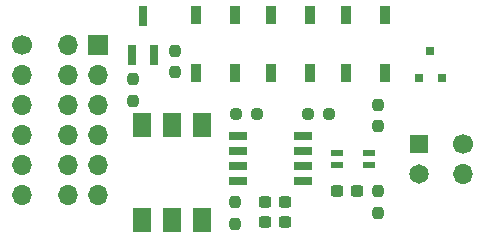
<source format=gbr>
%TF.GenerationSoftware,KiCad,Pcbnew,8.0.0*%
%TF.CreationDate,2024-03-06T18:55:44+09:00*%
%TF.ProjectId,Pmod_CAN,506d6f64-5f43-4414-9e2e-6b696361645f,rev?*%
%TF.SameCoordinates,Original*%
%TF.FileFunction,Soldermask,Top*%
%TF.FilePolarity,Negative*%
%FSLAX46Y46*%
G04 Gerber Fmt 4.6, Leading zero omitted, Abs format (unit mm)*
G04 Created by KiCad (PCBNEW 8.0.0) date 2024-03-06 18:55:44*
%MOMM*%
%LPD*%
G01*
G04 APERTURE LIST*
G04 Aperture macros list*
%AMRoundRect*
0 Rectangle with rounded corners*
0 $1 Rounding radius*
0 $2 $3 $4 $5 $6 $7 $8 $9 X,Y pos of 4 corners*
0 Add a 4 corners polygon primitive as box body*
4,1,4,$2,$3,$4,$5,$6,$7,$8,$9,$2,$3,0*
0 Add four circle primitives for the rounded corners*
1,1,$1+$1,$2,$3*
1,1,$1+$1,$4,$5*
1,1,$1+$1,$6,$7*
1,1,$1+$1,$8,$9*
0 Add four rect primitives between the rounded corners*
20,1,$1+$1,$2,$3,$4,$5,0*
20,1,$1+$1,$4,$5,$6,$7,0*
20,1,$1+$1,$6,$7,$8,$9,0*
20,1,$1+$1,$8,$9,$2,$3,0*%
G04 Aperture macros list end*
%ADD10C,1.700000*%
%ADD11O,1.700000X1.700000*%
%ADD12R,1.550000X0.700000*%
%ADD13R,1.700000X1.700000*%
%ADD14RoundRect,0.237500X0.237500X-0.250000X0.237500X0.250000X-0.237500X0.250000X-0.237500X-0.250000X0*%
%ADD15RoundRect,0.237500X0.300000X0.237500X-0.300000X0.237500X-0.300000X-0.237500X0.300000X-0.237500X0*%
%ADD16R,0.900000X1.500000*%
%ADD17RoundRect,0.237500X-0.237500X0.250000X-0.237500X-0.250000X0.237500X-0.250000X0.237500X0.250000X0*%
%ADD18R,1.050000X0.600000*%
%ADD19R,0.780000X0.780000*%
%ADD20R,1.650000X1.650000*%
%ADD21C,1.650000*%
%ADD22RoundRect,0.237500X-0.250000X-0.237500X0.250000X-0.237500X0.250000X0.237500X-0.250000X0.237500X0*%
%ADD23R,0.800000X1.800000*%
%ADD24R,1.600000X2.070000*%
G04 APERTURE END LIST*
D10*
%TO.C,J3*%
X133096000Y-91821000D03*
D11*
X133096000Y-94361000D03*
X133096000Y-96901000D03*
X133096000Y-99441000D03*
X133096000Y-101981000D03*
X133096000Y-104521000D03*
%TD*%
D10*
%TO.C,J4*%
X170434000Y-100198000D03*
D11*
X170434000Y-102738000D03*
%TD*%
D12*
%TO.C,IC1*%
X151453000Y-99568000D03*
X151453000Y-100838000D03*
X151453000Y-102108000D03*
X151453000Y-103378000D03*
X156903000Y-103378000D03*
X156903000Y-102108000D03*
X156903000Y-100838000D03*
X156903000Y-99568000D03*
%TD*%
D13*
%TO.C,J2*%
X139573000Y-91821000D03*
D11*
X139573000Y-94361000D03*
X139573000Y-96901000D03*
X139573000Y-99441000D03*
X139573000Y-101981000D03*
X139573000Y-104521000D03*
X137033000Y-91821000D03*
X137033000Y-94361000D03*
X137033000Y-96901000D03*
X137033000Y-99441000D03*
X137033000Y-101981000D03*
X137033000Y-104521000D03*
%TD*%
D14*
%TO.C,R7*%
X163271200Y-98702500D03*
X163271200Y-96877500D03*
%TD*%
D15*
%TO.C,C1*%
X155421500Y-106807000D03*
X153696500Y-106807000D03*
%TD*%
%TO.C,C2*%
X161492100Y-104190800D03*
X159767100Y-104190800D03*
%TD*%
D16*
%TO.C,D3*%
X160528000Y-94234000D03*
X163828000Y-94234000D03*
X163828000Y-89334000D03*
X160528000Y-89334000D03*
%TD*%
D14*
%TO.C,R5*%
X142494000Y-96543500D03*
X142494000Y-94718500D03*
%TD*%
D17*
%TO.C,R2*%
X151130000Y-105132500D03*
X151130000Y-106957500D03*
%TD*%
D14*
%TO.C,R1*%
X163271200Y-106017700D03*
X163271200Y-104192700D03*
%TD*%
D16*
%TO.C,D2*%
X154178000Y-94234000D03*
X157478000Y-94234000D03*
X157478000Y-89334000D03*
X154178000Y-89334000D03*
%TD*%
D18*
%TO.C,L1*%
X159838000Y-101973000D03*
X162488000Y-101973000D03*
X162488000Y-100973000D03*
X159838000Y-100973000D03*
%TD*%
D19*
%TO.C,D4*%
X166751000Y-94617000D03*
X168651000Y-94617000D03*
X167701000Y-92327000D03*
%TD*%
D20*
%TO.C,J1*%
X166751000Y-100243000D03*
D21*
X166751000Y-102743000D03*
%TD*%
D16*
%TO.C,D1*%
X147828000Y-94234000D03*
X151128000Y-94234000D03*
X151128000Y-89334000D03*
X147828000Y-89334000D03*
%TD*%
D17*
%TO.C,R6*%
X146050000Y-92305500D03*
X146050000Y-94130500D03*
%TD*%
D22*
%TO.C,R4*%
X157329500Y-97663000D03*
X159154500Y-97663000D03*
%TD*%
D15*
%TO.C,C3*%
X155421500Y-105156000D03*
X153696500Y-105156000D03*
%TD*%
D23*
%TO.C,Q1*%
X142433000Y-92709000D03*
X144333000Y-92709000D03*
X143383000Y-89409000D03*
%TD*%
D22*
%TO.C,R3*%
X151233500Y-97663000D03*
X153058500Y-97663000D03*
%TD*%
D24*
%TO.C,IC2*%
X148336000Y-98571000D03*
X148336000Y-106661000D03*
X145796000Y-98571000D03*
X145796000Y-106661000D03*
X143256000Y-98571000D03*
X143256000Y-106661000D03*
%TD*%
M02*

</source>
